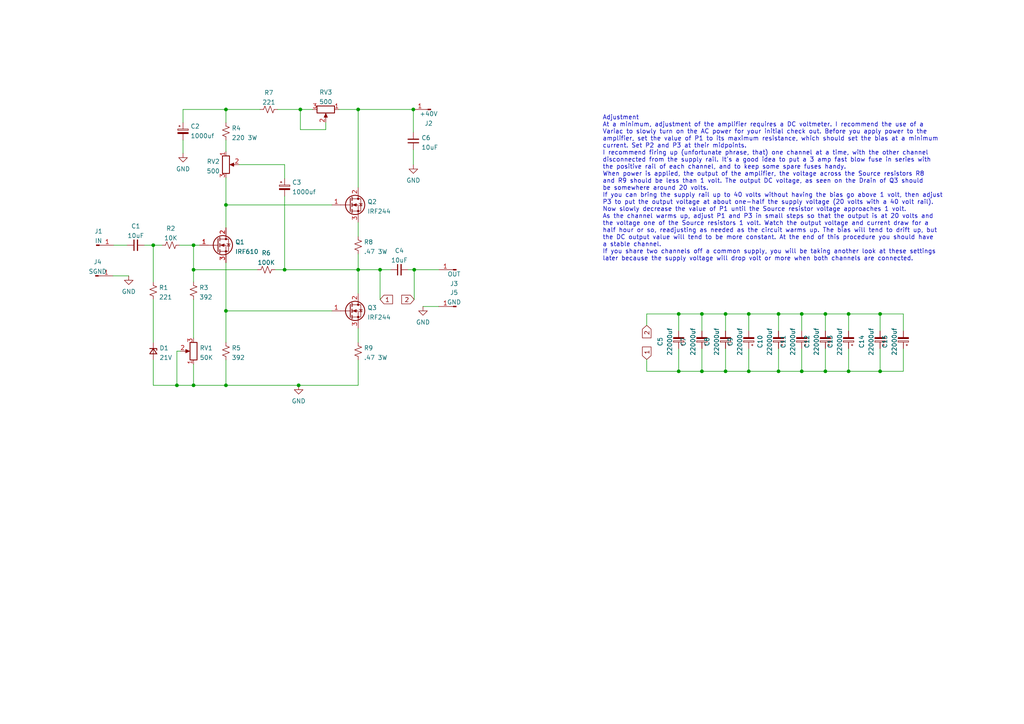
<source format=kicad_sch>
(kicad_sch (version 20211123) (generator eeschema)
  (paper "A4")
  (lib_symbols
    (symbol "Connector:Conn_01x01_Male" (pin_names (offset 1.016) hide)
      (property "Reference" "J" (at 0 2.54 0))
      (property "Value" "Conn_01x01_Male" (at 0 -2.54 0))
      (symbol "Conn_01x01_Male_1_1"
        (polyline (pts (xy 1.27 0) (xy 0.8636 0)) (stroke (width 0.1524)))
        (rectangle (start 0.8636 0.127) (end 0 -0.127) (stroke (width 0.1524)) (fill (type outline)))
        (pin passive line (at 5.08 0 180) (length 3.81) (name "Pin_1") (number "1"))
      )
    )
    (symbol "Device:C_Polarized_Small" (pin_numbers hide) (pin_names (offset 0.254) hide)
      (property "Reference" "C" (at 0.254 1.778 0))
      (property "Value" "C_Polarized_Small" (at 0.254 -2.032 0))
      (symbol "C_Polarized_Small_0_1"
        (rectangle (start -1.524 -0.3048) (end 1.524 -0.6858) (fill (type outline)))
        (rectangle (start -1.524 0.6858) (end 1.524 0.3048))
        (polyline (pts (xy -1.27 1.524) (xy -0.762 1.524)))
        (polyline (pts (xy -1.016 1.27) (xy -1.016 1.778)))
      )
      (symbol "C_Polarized_Small_1_1"
        (pin passive line (at 0 2.54 270) (length 1.8542) (name "~") (number "1"))
        (pin passive line (at 0 -2.54 90) (length 1.8542) (name "~") (number "2"))
      )
    )
    (symbol "Device:C_Small" (pin_numbers hide) (pin_names (offset 0.254) hide)
      (property "Reference" "C" (at 0.254 1.778 0))
      (property "Value" "C_Small" (at 0.254 -2.032 0))
      (symbol "C_Small_0_1"
        (polyline (pts (xy -1.524 -0.508) (xy 1.524 -0.508)) (stroke (width 0.3302)))
        (polyline (pts (xy -1.524 0.508) (xy 1.524 0.508)) (stroke (width 0.3048)))
      )
      (symbol "C_Small_1_1"
        (pin passive line (at 0 2.54 270) (length 2.032) (name "~") (number "1"))
        (pin passive line (at 0 -2.54 90) (length 2.032) (name "~") (number "2"))
      )
    )
    (symbol "Device:D_Zener_Small" (pin_numbers hide) (pin_names (offset 0.254) hide)
      (property "Reference" "D" (at 0 2.286 0))
      (property "Value" "D_Zener_Small" (at 0 -2.286 0))
      (symbol "D_Zener_Small_0_1"
        (polyline (pts (xy 0.762 0) (xy -0.762 0)))
        (polyline (pts (xy -0.254 1.016) (xy -0.762 1.016) (xy -0.762 -1.016)) (stroke (width 0.254)))
        (polyline (pts (xy 0.762 1.016) (xy -0.762 0) (xy 0.762 -1.016) (xy 0.762 1.016)) (stroke (width 0.254)))
      )
      (symbol "D_Zener_Small_1_1"
        (pin passive line (at -2.54 0 0) (length 1.778) (name "K") (number "1"))
        (pin passive line (at 2.54 0 180) (length 1.778) (name "A") (number "2"))
      )
    )
    (symbol "Device:R_Potentiometer" (pin_names (offset 1.016) hide)
      (property "Reference" "RV" (at -4.445 0 90))
      (property "Value" "R_Potentiometer" (at -2.54 0 90))
      (symbol "R_Potentiometer_0_1"
        (polyline (pts (xy 2.54 0) (xy 1.524 0)))
        (polyline (pts (xy 1.143 0) (xy 2.286 0.508) (xy 2.286 -0.508) (xy 1.143 0)) (fill (type outline)))
        (rectangle (start 1.016 2.54) (end -1.016 -2.54) (stroke (width 0.254)))
      )
      (symbol "R_Potentiometer_1_1"
        (pin passive line (at 0 3.81 270) (length 1.27) (name "1") (number "1"))
        (pin passive line (at 3.81 0 180) (length 1.27) (name "2") (number "2"))
        (pin passive line (at 0 -3.81 90) (length 1.27) (name "3") (number "3"))
      )
    )
    (symbol "Device:R_Small_US" (pin_numbers hide) (pin_names (offset 0.254) hide)
      (property "Reference" "R" (at 0.762 0.508 0))
      (property "Value" "R_Small_US" (at 0.762 -1.016 0))
      (symbol "R_Small_US_1_1"
        (polyline (pts (xy 0 0) (xy 1.016 -0.381) (xy 0 -0.762) (xy -1.016 -1.143) (xy 0 -1.524)))
        (polyline (pts (xy 0 1.524) (xy 1.016 1.143) (xy 0 0.762) (xy -1.016 0.381) (xy 0 0)))
        (pin passive line (at 0 2.54 270) (length 1.016) (name "~") (number "1"))
        (pin passive line (at 0 -2.54 90) (length 1.016) (name "~") (number "2"))
      )
    )
    (symbol "IRF6618_1" (pin_names hide)
      (property "Reference" "Q1" (at 5.207 0.9085 0))
      (property "Value" "IRF6618_1" (at 5.207 -1.8666 0))
      (symbol "IRF6618_1_0_1"
        (polyline (pts (xy 0.254 0) (xy -2.54 0)))
        (polyline (pts (xy 0.254 1.905) (xy 0.254 -1.905)) (stroke (width 0.254)))
        (polyline (pts (xy 0.762 -1.27) (xy 0.762 -2.286)) (stroke (width 0.254)))
        (polyline (pts (xy 0.762 0.508) (xy 0.762 -0.508)) (stroke (width 0.254)))
        (polyline (pts (xy 0.762 2.286) (xy 0.762 1.27)) (stroke (width 0.254)))
        (polyline (pts (xy 2.54 2.54) (xy 2.54 1.778)))
        (polyline (pts (xy 2.54 -2.54) (xy 2.54 0) (xy 0.762 0)))
        (polyline (pts (xy 0.762 -1.778) (xy 3.302 -1.778) (xy 3.302 1.778) (xy 0.762 1.778)))
        (polyline (pts (xy 1.016 0) (xy 2.032 0.381) (xy 2.032 -0.381) (xy 1.016 0)) (fill (type outline)))
        (polyline (pts (xy 2.794 0.508) (xy 2.921 0.381) (xy 3.683 0.381) (xy 3.81 0.254)))
        (polyline (pts (xy 3.302 0.381) (xy 2.921 -0.254) (xy 3.683 -0.254) (xy 3.302 0.381)))
        (circle (center 1.651 0) (radius 2.794) (stroke (width 0.254)))
        (circle (center 2.54 -1.778) (radius 0.254) (fill (type outline)))
        (circle (center 2.54 1.778) (radius 0.254) (fill (type outline)))
      )
      (symbol "IRF6618_1_1_1"
        (pin input line (at -5.08 0 0) (length 2.54) (name "G") (number "1"))
        (pin passive line (at 2.54 5.08 270) (length 2.54) (name "D") (number "2"))
        (pin passive line (at 2.54 -5.08 90) (length 2.54) (name "S") (number "3"))
      )
    )
    (symbol "IRF6618_2" (pin_names hide)
      (property "Reference" "Q2" (at 5.207 0.9085 0))
      (property "Value" "IRF6618_2" (at 5.207 -1.8666 0))
      (symbol "IRF6618_2_0_1"
        (polyline (pts (xy 0.254 0) (xy -2.54 0)))
        (polyline (pts (xy 0.254 1.905) (xy 0.254 -1.905)) (stroke (width 0.254)))
        (polyline (pts (xy 0.762 -1.27) (xy 0.762 -2.286)) (stroke (width 0.254)))
        (polyline (pts (xy 0.762 0.508) (xy 0.762 -0.508)) (stroke (width 0.254)))
        (polyline (pts (xy 0.762 2.286) (xy 0.762 1.27)) (stroke (width 0.254)))
        (polyline (pts (xy 2.54 2.54) (xy 2.54 1.778)))
        (polyline (pts (xy 2.54 -2.54) (xy 2.54 0) (xy 0.762 0)))
        (polyline (pts (xy 0.762 -1.778) (xy 3.302 -1.778) (xy 3.302 1.778) (xy 0.762 1.778)))
        (polyline (pts (xy 1.016 0) (xy 2.032 0.381) (xy 2.032 -0.381) (xy 1.016 0)) (fill (type outline)))
        (polyline (pts (xy 2.794 0.508) (xy 2.921 0.381) (xy 3.683 0.381) (xy 3.81 0.254)))
        (polyline (pts (xy 3.302 0.381) (xy 2.921 -0.254) (xy 3.683 -0.254) (xy 3.302 0.381)))
        (circle (center 1.651 0) (radius 2.794) (stroke (width 0.254)))
        (circle (center 2.54 -1.778) (radius 0.254) (fill (type outline)))
        (circle (center 2.54 1.778) (radius 0.254) (fill (type outline)))
      )
      (symbol "IRF6618_2_1_1"
        (pin input line (at -5.08 0 0) (length 2.54) (name "G") (number "1"))
        (pin passive line (at 2.54 5.08 270) (length 2.54) (name "D") (number "2"))
        (pin passive line (at 2.54 -5.08 90) (length 2.54) (name "S") (number "3"))
      )
    )
    (symbol "Transistor_FET:IRF6618" (pin_names hide)
      (property "Reference" "Q3" (at 5.207 0.9085 0))
      (property "Value" "IRF244" (at 5.207 -1.8666 0))
      (symbol "IRF6618_0_1"
        (polyline (pts (xy 0.254 0) (xy -2.54 0)))
        (polyline (pts (xy 0.254 1.905) (xy 0.254 -1.905)) (stroke (width 0.254)))
        (polyline (pts (xy 0.762 -1.27) (xy 0.762 -2.286)) (stroke (width 0.254)))
        (polyline (pts (xy 0.762 0.508) (xy 0.762 -0.508)) (stroke (width 0.254)))
        (polyline (pts (xy 0.762 2.286) (xy 0.762 1.27)) (stroke (width 0.254)))
        (polyline (pts (xy 2.54 2.54) (xy 2.54 1.778)))
        (polyline (pts (xy 2.54 -2.54) (xy 2.54 0) (xy 0.762 0)))
        (polyline (pts (xy 0.762 -1.778) (xy 3.302 -1.778) (xy 3.302 1.778) (xy 0.762 1.778)))
        (polyline (pts (xy 1.016 0) (xy 2.032 0.381) (xy 2.032 -0.381) (xy 1.016 0)) (fill (type outline)))
        (polyline (pts (xy 2.794 0.508) (xy 2.921 0.381) (xy 3.683 0.381) (xy 3.81 0.254)))
        (polyline (pts (xy 3.302 0.381) (xy 2.921 -0.254) (xy 3.683 -0.254) (xy 3.302 0.381)))
        (circle (center 1.651 0) (radius 2.794) (stroke (width 0.254)))
        (circle (center 2.54 -1.778) (radius 0.254) (fill (type outline)))
        (circle (center 2.54 1.778) (radius 0.254) (fill (type outline)))
      )
      (symbol "IRF6618_1_1"
        (pin input line (at -5.08 0 0) (length 2.54) (name "G") (number "1"))
        (pin passive line (at 2.54 5.08 270) (length 2.54) (name "D") (number "2"))
        (pin passive line (at 2.54 -5.08 90) (length 2.54) (name "S") (number "3"))
      )
    )
    (symbol "power:GND" (power) (pin_names (offset 0))
      (property "Value" "GND" (at 0 -3.81 0))
      (symbol "GND_0_1"
        (polyline (pts (xy 0 0) (xy 0 -1.27) (xy 1.27 -1.27) (xy 0 -2.54) (xy -1.27 -1.27) (xy 0 -1.27)))
      )
      (symbol "GND_1_1"
        (pin power_in line (at 0 0 270) (length 0) hide (name "GND") (number "1"))
      )
    )
  )
  (junction (at 255.27 107.696))
  (junction (at 217.17 91.059))
  (junction (at 56.134 78.232))
  (junction (at 86.614 111.76))
  (junction (at 225.806 91.059))
  (junction (at 120.142 78.232))
  (junction (at 65.532 90.17))
  (junction (at 217.17 107.696))
  (junction (at 239.395 91.059))
  (junction (at 44.45 71.12))
  (junction (at 65.532 111.76))
  (junction (at 255.27 91.059))
  (junction (at 82.55 78.232))
  (junction (at 203.581 107.696))
  (junction (at 87.122 31.75))
  (junction (at 203.581 91.059))
  (junction (at 110.236 78.232))
  (junction (at 196.85 107.696))
  (junction (at 196.85 91.059))
  (junction (at 65.532 59.436))
  (junction (at 232.537 107.696))
  (junction (at 119.888 31.75))
  (junction (at 103.886 31.75))
  (junction (at 246.126 91.059))
  (junction (at 246.126 107.696))
  (junction (at 51.308 111.76))
  (junction (at 232.537 91.059))
  (junction (at 103.886 78.232))
  (junction (at 239.395 107.696))
  (junction (at 210.439 91.059))
  (junction (at 65.532 31.75))
  (junction (at 56.134 111.76))
  (junction (at 225.806 107.696))
  (junction (at 56.134 71.12))
  (junction (at 210.439 107.696))
  (wire (pts (xy 232.537 107.696) (xy 232.537 101.092)))
  (wire (pts (xy 80.518 31.75) (xy 87.122 31.75)))
  (wire (pts (xy 239.395 96.012) (xy 239.395 91.059)))
  (wire (pts (xy 103.886 31.75) (xy 119.888 31.75)))
  (wire (pts (xy 65.532 40.64) (xy 65.532 43.942)))
  (wire (pts (xy 225.806 107.696) (xy 232.537 107.696)))
  (wire (pts (xy 196.85 107.696) (xy 203.581 107.696)))
  (wire (pts (xy 103.886 104.394) (xy 103.886 111.76)))
  (wire (pts (xy 103.886 64.516) (xy 103.886 68.58)))
  (wire (pts (xy 65.532 76.2) (xy 65.532 90.17)))
  (wire (pts (xy 239.395 91.059) (xy 246.126 91.059)))
  (wire (pts (xy 262.001 91.059) (xy 262.001 96.012)))
  (wire (pts (xy 74.676 78.232) (xy 56.134 78.232)))
  (wire (pts (xy 225.806 96.012) (xy 225.806 91.059)))
  (wire (pts (xy 217.17 107.696) (xy 225.806 107.696)))
  (wire (pts (xy 217.17 91.059) (xy 225.806 91.059)))
  (wire (pts (xy 122.682 88.9) (xy 127.254 88.9)))
  (wire (pts (xy 44.45 86.868) (xy 44.45 99.314)))
  (wire (pts (xy 187.579 94.361) (xy 187.579 91.059)))
  (wire (pts (xy 196.85 107.696) (xy 196.85 101.092)))
  (wire (pts (xy 246.126 91.059) (xy 255.27 91.059)))
  (wire (pts (xy 255.27 91.059) (xy 262.001 91.059)))
  (wire (pts (xy 187.579 91.059) (xy 196.85 91.059)))
  (wire (pts (xy 255.27 107.696) (xy 262.001 107.696)))
  (wire (pts (xy 79.756 78.232) (xy 82.55 78.232)))
  (wire (pts (xy 41.91 71.12) (xy 44.45 71.12)))
  (wire (pts (xy 232.537 91.059) (xy 239.395 91.059)))
  (wire (pts (xy 65.532 59.436) (xy 65.532 66.04)))
  (wire (pts (xy 56.134 78.232) (xy 56.134 81.788)))
  (wire (pts (xy 96.266 90.17) (xy 65.532 90.17)))
  (wire (pts (xy 44.45 71.12) (xy 46.99 71.12)))
  (wire (pts (xy 103.886 31.75) (xy 98.298 31.75)))
  (wire (pts (xy 246.126 107.696) (xy 255.27 107.696)))
  (wire (pts (xy 246.126 101.092) (xy 246.126 107.696)))
  (wire (pts (xy 53.086 31.75) (xy 53.086 35.56)))
  (wire (pts (xy 103.886 73.66) (xy 103.886 78.232)))
  (wire (pts (xy 119.888 43.434) (xy 119.888 47.752)))
  (wire (pts (xy 210.439 107.696) (xy 210.439 101.092)))
  (wire (pts (xy 51.308 101.854) (xy 51.308 111.76)))
  (wire (pts (xy 103.886 78.232) (xy 110.236 78.232)))
  (wire (pts (xy 110.236 86.868) (xy 110.236 78.232)))
  (wire (pts (xy 120.142 86.868) (xy 120.142 78.232)))
  (wire (pts (xy 118.364 78.232) (xy 120.142 78.232)))
  (wire (pts (xy 210.439 96.012) (xy 210.439 91.059)))
  (wire (pts (xy 33.02 71.12) (xy 36.83 71.12)))
  (wire (pts (xy 86.614 111.76) (xy 65.532 111.76)))
  (wire (pts (xy 65.532 51.562) (xy 65.532 59.436)))
  (wire (pts (xy 96.266 59.436) (xy 65.532 59.436)))
  (wire (pts (xy 44.45 104.394) (xy 44.45 111.76)))
  (wire (pts (xy 44.45 81.788) (xy 44.45 71.12)))
  (wire (pts (xy 56.134 71.12) (xy 56.134 78.232)))
  (wire (pts (xy 82.55 51.816) (xy 82.55 47.752)))
  (wire (pts (xy 82.55 78.232) (xy 103.886 78.232)))
  (wire (pts (xy 210.439 107.696) (xy 217.17 107.696)))
  (wire (pts (xy 262.001 101.092) (xy 262.001 107.696)))
  (wire (pts (xy 187.579 104.267) (xy 187.579 107.696)))
  (wire (pts (xy 255.27 96.012) (xy 255.27 91.059)))
  (wire (pts (xy 53.086 40.64) (xy 53.086 44.45)))
  (wire (pts (xy 87.122 31.75) (xy 90.678 31.75)))
  (wire (pts (xy 203.581 91.059) (xy 210.439 91.059)))
  (wire (pts (xy 203.581 107.696) (xy 210.439 107.696)))
  (wire (pts (xy 187.579 107.696) (xy 196.85 107.696)))
  (wire (pts (xy 56.134 111.76) (xy 56.134 105.664)))
  (wire (pts (xy 239.395 107.696) (xy 246.126 107.696)))
  (wire (pts (xy 239.395 107.696) (xy 239.395 101.092)))
  (wire (pts (xy 110.236 78.232) (xy 113.284 78.232)))
  (wire (pts (xy 65.532 31.75) (xy 53.086 31.75)))
  (wire (pts (xy 232.537 107.696) (xy 239.395 107.696)))
  (wire (pts (xy 65.532 31.75) (xy 75.438 31.75)))
  (wire (pts (xy 65.532 104.394) (xy 65.532 111.76)))
  (wire (pts (xy 225.806 91.059) (xy 232.537 91.059)))
  (wire (pts (xy 217.17 96.012) (xy 217.17 91.059)))
  (wire (pts (xy 82.55 47.752) (xy 69.342 47.752)))
  (wire (pts (xy 94.488 37.592) (xy 87.122 37.592)))
  (wire (pts (xy 44.45 111.76) (xy 51.308 111.76)))
  (wire (pts (xy 119.888 31.75) (xy 119.888 38.354)))
  (wire (pts (xy 203.581 101.092) (xy 203.581 107.696)))
  (wire (pts (xy 56.134 71.12) (xy 57.912 71.12)))
  (wire (pts (xy 120.142 78.232) (xy 127.254 78.232)))
  (wire (pts (xy 56.134 86.868) (xy 56.134 98.044)))
  (wire (pts (xy 51.308 111.76) (xy 56.134 111.76)))
  (wire (pts (xy 232.537 96.012) (xy 232.537 91.059)))
  (wire (pts (xy 94.488 35.56) (xy 94.488 37.592)))
  (wire (pts (xy 210.439 91.059) (xy 217.17 91.059)))
  (wire (pts (xy 103.886 95.25) (xy 103.886 99.314)))
  (wire (pts (xy 65.532 111.76) (xy 56.134 111.76)))
  (wire (pts (xy 196.85 96.012) (xy 196.85 91.059)))
  (wire (pts (xy 87.122 37.592) (xy 87.122 31.75)))
  (wire (pts (xy 103.886 78.232) (xy 103.886 85.09)))
  (wire (pts (xy 196.85 91.059) (xy 203.581 91.059)))
  (wire (pts (xy 65.532 90.17) (xy 65.532 99.314)))
  (wire (pts (xy 52.324 101.854) (xy 51.308 101.854)))
  (wire (pts (xy 37.338 80.01) (xy 32.766 80.01)))
  (wire (pts (xy 246.126 96.012) (xy 246.126 91.059)))
  (wire (pts (xy 255.27 107.696) (xy 255.27 101.092)))
  (wire (pts (xy 217.17 101.092) (xy 217.17 107.696)))
  (wire (pts (xy 203.581 96.012) (xy 203.581 91.059)))
  (wire (pts (xy 56.134 71.12) (xy 52.07 71.12)))
  (wire (pts (xy 225.806 107.696) (xy 225.806 101.092)))
  (wire (pts (xy 65.532 35.56) (xy 65.532 31.75)))
  (wire (pts (xy 103.886 111.76) (xy 86.614 111.76)))
  (wire (pts (xy 82.55 56.896) (xy 82.55 78.232)))
  (wire (pts (xy 103.886 54.356) (xy 103.886 31.75)))
  (text "Adjustment\nAt a minimum, adjustment of the amplifier requires a DC voltmeter. I recommend the use of a\nVariac to slowly turn on the AC power for your initial check out. Before you apply power to the\namplifier, set the value of P1 to its maximum resistance, which should set the bias at a minimum\ncurrent. Set P2 and P3 at their midpoints.\nI recommend firing up (unfortunate phrase, that) one channel at a time, with the other channel\ndisconnected from the supply rail. It's a good idea to put a 3 amp fast blow fuse in series with\nthe positive rail of each channel, and to keep some spare fuses handy.\nWhen power is applied, the output of the amplifier, the voltage across the Source resistors R8\nand R9 should be less than 1 volt. The output DC voltage, as seen on the Drain of Q3 should\nbe somewhere around 20 volts.\nIf you can bring the supply rail up to 40 volts without having the bias go above 1 volt, then adjust\nP3 to put the output voltage at about one-half the supply voltage (20 volts with a 40 volt rail).\nNow slowly decrease the value of P1 until the Source resistor voltage approaches 1 volt.\nAs the channel warms up, adjust P1 and P3 in small steps so that the output is at 20 volts and\nthe voltage one of the Source resistors 1 volt. Watch the output voltage and current draw for a\nhalf hour or so, readjusting as needed as the circuit warms up. The bias will tend to drift up, but\nthe DC output value will tend to be more constant. At the end of this procedure you should have\na stable channel.\nIf you share two channels off a common supply, you will be taking another look at these settings\nlater because the supply voltage will drop volt or more when both channels are connected." (at 174.752 75.819 0) (effects (font (size 1.27 1.27)) (justify left bottom)))
  (global_label "2" (shape input) (at 187.579 94.361 270) (property "Intersheet References" "${INTERSHEET_REFS}" (effects hide)))
  (global_label "2" (shape input) (at 120.142 86.868 180) (property "Intersheet References" "${INTERSHEET_REFS}" (effects hide)))
  (global_label "1" (shape input) (at 110.236 86.868 0) (property "Intersheet References" "${INTERSHEET_REFS}" (effects hide)))
  (global_label "1" (shape input) (at 187.579 104.267 90) (property "Intersheet References" "${INTERSHEET_REFS}" (effects hide)))
  (symbol (lib_id "Device:R_Potentiometer") (at 56.134 101.854 180) (unit 1)
    (property "Reference" "RV1" (at 57.912 100.9455 0) (effects (justify right)))
    (property "Value" "50K" (at 57.912 103.7206 0) (effects (justify right)))
    (property "Footprint" "Potentiometer_THT:Potentiometer_Bourns_3296W_Vertical" (effects hide))
  )
  (symbol (lib_id "Transistor_FET:IRF6618") (at 101.346 90.17 0) (unit 1)
    (property "Reference" "Q3" (at 106.553 89.2615 0) (effects (justify left)))
    (property "Value" "IRF244" (at 106.553 92.0366 0) (effects (justify left)))
    (property "Footprint" "Package_TO_SOT_THT:TO-247-3_Vertical" (effects hide))
    (property "Datasheet" "https://www.infineon.com/dgdl/irf6618pbf.pdf?fileId=5546d462533600a4015355e862c21a1b" (effects hide))
  )
  (symbol (lib_id "Device:R_Potentiometer") (at 94.488 31.75 270) (unit 1)
    (property "Reference" "RV3" (at 94.488 26.7675 90))
    (property "Value" "500" (at 94.488 29.5426 90))
    (property "Footprint" "Potentiometer_THT:Potentiometer_Bourns_3296W_Vertical" (effects hide))
  )
  (symbol (lib_id "Device:C_Polarized_Small") (at 225.806 98.552 180) (unit 1)
    (property "Reference" "C10" (at 220.4425 99.0981 90))
    (property "Value" "22000uf" (at 223.2176 99.0981 90))
    (property "Footprint" "Capacitor_SMD:CP_Elec_18x22" (effects hide))
  )
  (symbol (lib_id "Device:R_Small_US") (at 56.134 84.328 0) (unit 1)
    (property "Reference" "R3" (at 57.785 83.4195 0) (effects (justify left)))
    (property "Value" "392" (at 57.785 86.1946 0) (effects (justify left)))
    (property "Footprint" "Resistor_SMD:R_1206_3216Metric" (effects hide))
  )
  (symbol (lib_id "Device:R_Small_US") (at 44.45 84.328 0) (unit 1)
    (property "Reference" "R1" (at 46.101 83.4195 0) (effects (justify left)))
    (property "Value" "221" (at 46.101 86.1946 0) (effects (justify left)))
    (property "Footprint" "Resistor_SMD:R_1206_3216Metric" (effects hide))
  )
  (symbol (lib_id "Device:R_Small_US") (at 49.53 71.12 90) (unit 1)
    (property "Reference" "R2" (at 49.53 66.2645 90))
    (property "Value" "10K" (at 49.53 69.0396 90))
    (property "Footprint" "Resistor_SMD:R_1206_3216Metric" (effects hide))
  )
  (symbol (lib_id "Connector:Conn_01x01_Male") (at 132.334 88.9 180) (unit 1)
    (property "Reference" "J5" (at 131.699 84.8573 0))
    (property "Value" "GND" (at 131.699 87.6324 0))
    (property "Footprint" "Custom Library:Spade Conector 6.3mm TE_1217861" (effects hide))
  )
  (symbol (lib_id "Device:R_Small_US") (at 103.886 71.12 0) (unit 1)
    (property "Reference" "R8" (at 105.537 70.2115 0) (effects (justify left)))
    (property "Value" ".47 3W" (at 105.537 72.9866 0) (effects (justify left)))
    (property "Footprint" "Resistor_SMD:R_2512_6332Metric" (effects hide))
  )
  (symbol (lib_id "Device:R_Small_US") (at 77.216 78.232 90) (unit 1)
    (property "Reference" "R6" (at 77.216 73.3765 90))
    (property "Value" "100K" (at 77.216 76.1516 90))
    (property "Footprint" "Resistor_SMD:R_1206_3216Metric" (effects hide))
  )
  (symbol (lib_id "Device:C_Small") (at 39.37 71.12 90) (unit 1)
    (property "Reference" "C1" (at 39.3763 65.5914 90))
    (property "Value" "10uF" (at 39.3763 68.3665 90))
    (property "Footprint" "Capacitor_THT:C_Rect_L18.0mm_W9.0mm_P15.00mm_FKS3_FKP3" (effects hide))
  )
  (symbol (lib_id "Device:C_Polarized_Small") (at 246.126 98.552 180) (unit 1)
    (property "Reference" "C13" (at 240.7625 99.0981 90))
    (property "Value" "22000uf" (at 243.5376 99.0981 90))
    (property "Footprint" "Capacitor_SMD:CP_Elec_18x22" (effects hide))
  )
  (symbol (lib_id "power:GND") (at 86.614 111.76 0) (unit 1)
    (property "Reference" "#PWR0101" (effects hide))
    (property "Value" "GND" (at 86.614 116.3225 0))
  )
  (symbol (lib_id "Device:C_Polarized_Small") (at 53.086 38.1 0) (unit 1)
    (property "Reference" "C2" (at 55.245 36.6454 0) (effects (justify left)))
    (property "Value" "1000uf" (at 55.245 39.4205 0) (effects (justify left)))
    (property "Footprint" "Capacitor_SMD:CP_Elec_18x22" (effects hide))
  )
  (symbol (lib_id "power:GND") (at 37.338 80.01 0) (mirror y) (unit 1)
    (property "Reference" "#PWR0104" (effects hide))
    (property "Value" "GND" (at 37.338 84.5725 0))
  )
  (symbol (lib_id "Device:C_Small") (at 119.888 40.894 180) (unit 1)
    (property "Reference" "C6" (at 122.2121 39.9791 0) (effects (justify right)))
    (property "Value" "10uF" (at 122.2121 42.7542 0) (effects (justify right)))
    (property "Footprint" "Capacitor_THT:C_Rect_L18.0mm_W9.0mm_P15.00mm_FKS3_FKP3" (effects hide))
  )
  (symbol (lib_id "Device:C_Polarized_Small") (at 196.85 98.552 180) (unit 1)
    (property "Reference" "C5" (at 191.4865 99.0981 90))
    (property "Value" "22000uf" (at 194.2616 99.0981 90))
    (property "Footprint" "Capacitor_SMD:CP_Elec_18x22" (effects hide))
  )
  (symbol (lib_id "Device:C_Polarized_Small") (at 82.55 54.356 0) (unit 1)
    (property "Reference" "C3" (at 84.709 52.9014 0) (effects (justify left)))
    (property "Value" "1000uf" (at 84.709 55.6765 0) (effects (justify left)))
    (property "Footprint" "Capacitor_SMD:CP_Elec_18x22" (effects hide))
  )
  (symbol (lib_id "Device:C_Small") (at 115.824 78.232 90) (unit 1)
    (property "Reference" "C4" (at 115.8303 72.7034 90))
    (property "Value" "10uF" (at 115.8303 75.4785 90))
    (property "Footprint" "Capacitor_THT:C_Rect_L18.0mm_W9.0mm_P15.00mm_FKS3_FKP3" (effects hide))
  )
  (symbol (lib_id "Device:C_Polarized_Small") (at 239.395 98.552 180) (unit 1)
    (property "Reference" "C12" (at 234.0315 99.0981 90))
    (property "Value" "22000uf" (at 236.8066 99.0981 90))
    (property "Footprint" "Capacitor_SMD:CP_Elec_18x22" (effects hide))
  )
  (symbol (lib_id "Device:R_Small_US") (at 103.886 101.854 0) (unit 1)
    (property "Reference" "R9" (at 105.537 100.9455 0) (effects (justify left)))
    (property "Value" ".47 3W" (at 105.537 103.7206 0) (effects (justify left)))
    (property "Footprint" "Resistor_SMD:R_2512_6332Metric" (effects hide))
  )
  (symbol (lib_id "Connector:Conn_01x01_Male") (at 27.94 71.12 0) (unit 1)
    (property "Reference" "J1" (at 28.575 67.0773 0))
    (property "Value" "IN" (at 28.575 69.8524 0))
    (property "Footprint" "Custom Library:Spade Conector 6.3mm TE_1217861" (effects hide))
  )
  (symbol (lib_id "Device:D_Zener_Small") (at 44.45 101.854 270) (unit 1)
    (property "Reference" "D1" (at 46.228 100.9455 90) (effects (justify left)))
    (property "Value" "21V" (at 46.228 103.7206 90) (effects (justify left)))
    (property "Footprint" "Diode_SMD:D_1206_3216Metric" (effects hide))
  )
  (symbol (lib_id "Connector:Conn_01x01_Male") (at 132.334 78.232 180) (unit 1)
    (property "Reference" "J3" (at 131.699 82.2747 0))
    (property "Value" "OUT" (at 131.699 79.4996 0))
    (property "Footprint" "Custom Library:Spade Conector 6.3mm TE_1217861" (effects hide))
  )
  (symbol (lib_name "IRF6618_2") (lib_id "Transistor_FET:IRF6618") (at 101.346 59.436 0) (unit 1)
    (property "Reference" "Q2" (at 106.553 58.5275 0) (effects (justify left)))
    (property "Value" "IRF244" (at 106.553 61.3026 0) (effects (justify left)))
    (property "Footprint" "Package_TO_SOT_THT:TO-247-3_Vertical" (effects hide))
    (property "Datasheet" "https://www.infineon.com/dgdl/irf6618pbf.pdf?fileId=5546d462533600a4015355e862c21a1b" (effects hide))
  )
  (symbol (lib_id "Device:C_Polarized_Small") (at 262.001 98.552 180) (unit 1)
    (property "Reference" "C15" (at 256.6375 99.0981 90))
    (property "Value" "22000uf" (at 259.4126 99.0981 90))
    (property "Footprint" "Capacitor_SMD:CP_Elec_18x22" (effects hide))
  )
  (symbol (lib_id "Device:C_Polarized_Small") (at 203.581 98.552 180) (unit 1)
    (property "Reference" "C7" (at 198.2175 99.0981 90))
    (property "Value" "22000uf" (at 200.9926 99.0981 90))
    (property "Footprint" "Capacitor_SMD:CP_Elec_18x22" (effects hide))
  )
  (symbol (lib_id "power:GND") (at 53.086 44.45 0) (unit 1)
    (property "Reference" "#PWR0103" (effects hide))
    (property "Value" "GND" (at 53.086 49.0125 0))
  )
  (symbol (lib_id "Device:C_Polarized_Small") (at 255.27 98.552 180) (unit 1)
    (property "Reference" "C14" (at 249.9065 99.0981 90))
    (property "Value" "22000uf" (at 252.6816 99.0981 90))
    (property "Footprint" "Capacitor_SMD:CP_Elec_18x22" (effects hide))
  )
  (symbol (lib_id "Device:R_Small_US") (at 65.532 101.854 0) (unit 1)
    (property "Reference" "R5" (at 67.183 100.9455 0) (effects (justify left)))
    (property "Value" "392" (at 67.183 103.7206 0) (effects (justify left)))
    (property "Footprint" "Resistor_SMD:R_1206_3216Metric" (effects hide))
  )
  (symbol (lib_name "IRF6618_1") (lib_id "Transistor_FET:IRF6618") (at 62.992 71.12 0) (unit 1)
    (property "Reference" "Q1" (at 68.199 70.2115 0) (effects (justify left)))
    (property "Value" "IRF610" (at 68.199 72.9866 0) (effects (justify left)))
    (property "Footprint" "Package_TO_SOT_SMD:TO-263-2" (effects hide))
    (property "Datasheet" "https://www.infineon.com/dgdl/irf6618pbf.pdf?fileId=5546d462533600a4015355e862c21a1b" (effects hide))
  )
  (symbol (lib_id "Device:R_Small_US") (at 65.532 38.1 0) (unit 1)
    (property "Reference" "R4" (at 67.183 37.1915 0) (effects (justify left)))
    (property "Value" "220 3W" (at 67.183 39.9666 0) (effects (justify left)))
    (property "Footprint" "Resistor_SMD:R_2512_6332Metric" (effects hide))
  )
  (symbol (lib_id "power:GND") (at 122.682 88.9 0) (unit 1)
    (property "Reference" "#PWR0105" (effects hide))
    (property "Value" "GND" (at 122.682 93.4625 0))
  )
  (symbol (lib_id "power:GND") (at 119.888 47.752 0) (unit 1)
    (property "Reference" "#PWR0102" (effects hide))
    (property "Value" "GND" (at 119.888 52.3145 0))
  )
  (symbol (lib_id "Device:C_Polarized_Small") (at 217.17 98.552 180) (unit 1)
    (property "Reference" "C9" (at 211.8065 99.0981 90))
    (property "Value" "22000uf" (at 214.5816 99.0981 90))
    (property "Footprint" "Capacitor_SMD:CP_Elec_18x22" (effects hide))
  )
  (symbol (lib_id "Device:R_Small_US") (at 77.978 31.75 90) (unit 1)
    (property "Reference" "R7" (at 77.978 26.8945 90))
    (property "Value" "221" (at 77.978 29.6696 90))
    (property "Footprint" "Resistor_SMD:R_1206_3216Metric" (effects hide))
  )
  (symbol (lib_id "Device:C_Polarized_Small") (at 232.537 98.552 180) (unit 1)
    (property "Reference" "C11" (at 227.1735 99.0981 90))
    (property "Value" "22000uf" (at 229.9486 99.0981 90))
    (property "Footprint" "Capacitor_SMD:CP_Elec_18x22" (effects hide))
  )
  (symbol (lib_id "Connector:Conn_01x01_Male") (at 27.686 80.01 0) (mirror x) (unit 1)
    (property "Reference" "J4" (at 28.321 75.9673 0))
    (property "Value" "SGND" (at 28.321 78.7424 0))
    (property "Footprint" "Custom Library:Spade Conector 6.3mm TE_1217861" (effects hide))
  )
  (symbol (lib_id "Device:C_Polarized_Small") (at 210.439 98.552 180) (unit 1)
    (property "Reference" "C8" (at 205.0755 99.0981 90))
    (property "Value" "22000uf" (at 207.8506 99.0981 90))
    (property "Footprint" "Capacitor_SMD:CP_Elec_18x22" (effects hide))
  )
  (symbol (lib_id "Device:R_Potentiometer") (at 65.532 47.752 0) (unit 1)
    (property "Reference" "RV2" (at 63.754 46.8435 0) (effects (justify right)))
    (property "Value" "500" (at 63.754 49.6186 0) (effects (justify right)))
    (property "Footprint" "Potentiometer_THT:Potentiometer_Bourns_3296W_Vertical" (effects hide))
  )
  (symbol (lib_id "Connector:Conn_01x01_Male") (at 124.968 31.75 180) (unit 1)
    (property "Reference" "J2" (at 124.333 35.7927 0))
    (property "Value" "+40V" (at 124.333 33.0176 0))
    (property "Footprint" "Custom Library:Spade Conector 6.3mm TE_1217861" (effects hide))
  )
)
</source>
